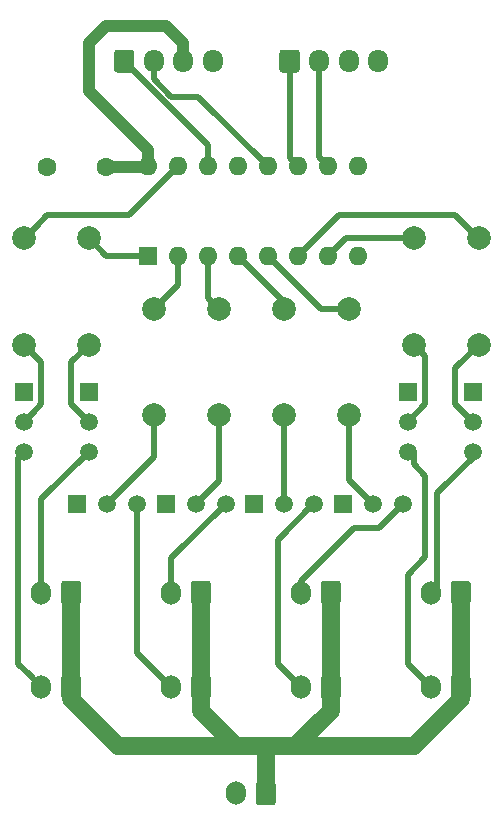
<source format=gbr>
G04 #@! TF.GenerationSoftware,KiCad,Pcbnew,5.1.6-c6e7f7d~87~ubuntu20.04.1*
G04 #@! TF.CreationDate,2020-08-21T15:46:46+01:00*
G04 #@! TF.ProjectId,8_switch_array,385f7377-6974-4636-985f-61727261792e,rev?*
G04 #@! TF.SameCoordinates,Original*
G04 #@! TF.FileFunction,Copper,L1,Top*
G04 #@! TF.FilePolarity,Positive*
%FSLAX46Y46*%
G04 Gerber Fmt 4.6, Leading zero omitted, Abs format (unit mm)*
G04 Created by KiCad (PCBNEW 5.1.6-c6e7f7d~87~ubuntu20.04.1) date 2020-08-21 15:46:46*
%MOMM*%
%LPD*%
G01*
G04 APERTURE LIST*
G04 #@! TA.AperFunction,ComponentPad*
%ADD10R,1.600000X1.600000*%
G04 #@! TD*
G04 #@! TA.AperFunction,ComponentPad*
%ADD11O,1.600000X1.600000*%
G04 #@! TD*
G04 #@! TA.AperFunction,ComponentPad*
%ADD12C,1.600000*%
G04 #@! TD*
G04 #@! TA.AperFunction,ComponentPad*
%ADD13R,1.500000X1.500000*%
G04 #@! TD*
G04 #@! TA.AperFunction,ComponentPad*
%ADD14C,1.500000*%
G04 #@! TD*
G04 #@! TA.AperFunction,ComponentPad*
%ADD15C,2.000000*%
G04 #@! TD*
G04 #@! TA.AperFunction,ComponentPad*
%ADD16O,1.700000X2.000000*%
G04 #@! TD*
G04 #@! TA.AperFunction,ComponentPad*
%ADD17O,1.700000X1.950000*%
G04 #@! TD*
G04 #@! TA.AperFunction,Conductor*
%ADD18C,0.250000*%
G04 #@! TD*
G04 #@! TA.AperFunction,Conductor*
%ADD19C,1.000000*%
G04 #@! TD*
G04 #@! TA.AperFunction,Conductor*
%ADD20C,0.500000*%
G04 #@! TD*
G04 #@! TA.AperFunction,Conductor*
%ADD21C,1.500000*%
G04 #@! TD*
G04 APERTURE END LIST*
D10*
X138000000Y-54500000D03*
D11*
X155780000Y-46880000D03*
X140540000Y-54500000D03*
X153240000Y-46880000D03*
X143080000Y-54500000D03*
X150700000Y-46880000D03*
X145620000Y-54500000D03*
X148160000Y-46880000D03*
X148160000Y-54500000D03*
X145620000Y-46880000D03*
X150700000Y-54500000D03*
X143080000Y-46880000D03*
X153240000Y-54500000D03*
X140540000Y-46880000D03*
X155780000Y-54500000D03*
X138000000Y-46880000D03*
D12*
X129500000Y-47000000D03*
X134500000Y-47000000D03*
D13*
X160000000Y-66000000D03*
D14*
X160000000Y-71080000D03*
X160000000Y-68540000D03*
D15*
X166000000Y-62000000D03*
X166000000Y-53000000D03*
X160500000Y-62000000D03*
X160500000Y-53000000D03*
X144000000Y-68000000D03*
X144000000Y-59000000D03*
X138500000Y-68000000D03*
X138500000Y-59000000D03*
D13*
X165500000Y-66000000D03*
D14*
X165500000Y-71080000D03*
X165500000Y-68540000D03*
D13*
X139500000Y-75500000D03*
D14*
X144580000Y-75500000D03*
X142040000Y-75500000D03*
D13*
X132000000Y-75500000D03*
D14*
X137080000Y-75500000D03*
X134540000Y-75500000D03*
D16*
X162000000Y-91000000D03*
G04 #@! TA.AperFunction,ComponentPad*
G36*
G01*
X165350000Y-90250000D02*
X165350000Y-91750000D01*
G75*
G02*
X165100000Y-92000000I-250000J0D01*
G01*
X163900000Y-92000000D01*
G75*
G02*
X163650000Y-91750000I0J250000D01*
G01*
X163650000Y-90250000D01*
G75*
G02*
X163900000Y-90000000I250000J0D01*
G01*
X165100000Y-90000000D01*
G75*
G02*
X165350000Y-90250000I0J-250000D01*
G01*
G37*
G04 #@! TD.AperFunction*
X151000000Y-91000000D03*
G04 #@! TA.AperFunction,ComponentPad*
G36*
G01*
X154350000Y-90250000D02*
X154350000Y-91750000D01*
G75*
G02*
X154100000Y-92000000I-250000J0D01*
G01*
X152900000Y-92000000D01*
G75*
G02*
X152650000Y-91750000I0J250000D01*
G01*
X152650000Y-90250000D01*
G75*
G02*
X152900000Y-90000000I250000J0D01*
G01*
X154100000Y-90000000D01*
G75*
G02*
X154350000Y-90250000I0J-250000D01*
G01*
G37*
G04 #@! TD.AperFunction*
X162000000Y-83000000D03*
G04 #@! TA.AperFunction,ComponentPad*
G36*
G01*
X165350000Y-82250000D02*
X165350000Y-83750000D01*
G75*
G02*
X165100000Y-84000000I-250000J0D01*
G01*
X163900000Y-84000000D01*
G75*
G02*
X163650000Y-83750000I0J250000D01*
G01*
X163650000Y-82250000D01*
G75*
G02*
X163900000Y-82000000I250000J0D01*
G01*
X165100000Y-82000000D01*
G75*
G02*
X165350000Y-82250000I0J-250000D01*
G01*
G37*
G04 #@! TD.AperFunction*
X151000000Y-83000000D03*
G04 #@! TA.AperFunction,ComponentPad*
G36*
G01*
X154350000Y-82250000D02*
X154350000Y-83750000D01*
G75*
G02*
X154100000Y-84000000I-250000J0D01*
G01*
X152900000Y-84000000D01*
G75*
G02*
X152650000Y-83750000I0J250000D01*
G01*
X152650000Y-82250000D01*
G75*
G02*
X152900000Y-82000000I250000J0D01*
G01*
X154100000Y-82000000D01*
G75*
G02*
X154350000Y-82250000I0J-250000D01*
G01*
G37*
G04 #@! TD.AperFunction*
D15*
X133000000Y-62000000D03*
X133000000Y-53000000D03*
X149500000Y-68000000D03*
X149500000Y-59000000D03*
X127500000Y-62000000D03*
X127500000Y-53000000D03*
X155000000Y-68000000D03*
X155000000Y-59000000D03*
D13*
X133000000Y-66000000D03*
D14*
X133000000Y-71080000D03*
X133000000Y-68540000D03*
D13*
X147000000Y-75500000D03*
D14*
X152080000Y-75500000D03*
X149540000Y-75500000D03*
D13*
X127500000Y-66000000D03*
D14*
X127500000Y-71080000D03*
X127500000Y-68540000D03*
D13*
X154500000Y-75500000D03*
D14*
X159580000Y-75500000D03*
X157040000Y-75500000D03*
D16*
X145500000Y-100000000D03*
G04 #@! TA.AperFunction,ComponentPad*
G36*
G01*
X148850000Y-99250000D02*
X148850000Y-100750000D01*
G75*
G02*
X148600000Y-101000000I-250000J0D01*
G01*
X147400000Y-101000000D01*
G75*
G02*
X147150000Y-100750000I0J250000D01*
G01*
X147150000Y-99250000D01*
G75*
G02*
X147400000Y-99000000I250000J0D01*
G01*
X148600000Y-99000000D01*
G75*
G02*
X148850000Y-99250000I0J-250000D01*
G01*
G37*
G04 #@! TD.AperFunction*
X140000000Y-83000000D03*
G04 #@! TA.AperFunction,ComponentPad*
G36*
G01*
X143350000Y-82250000D02*
X143350000Y-83750000D01*
G75*
G02*
X143100000Y-84000000I-250000J0D01*
G01*
X141900000Y-84000000D01*
G75*
G02*
X141650000Y-83750000I0J250000D01*
G01*
X141650000Y-82250000D01*
G75*
G02*
X141900000Y-82000000I250000J0D01*
G01*
X143100000Y-82000000D01*
G75*
G02*
X143350000Y-82250000I0J-250000D01*
G01*
G37*
G04 #@! TD.AperFunction*
X129000000Y-91000000D03*
G04 #@! TA.AperFunction,ComponentPad*
G36*
G01*
X132350000Y-90250000D02*
X132350000Y-91750000D01*
G75*
G02*
X132100000Y-92000000I-250000J0D01*
G01*
X130900000Y-92000000D01*
G75*
G02*
X130650000Y-91750000I0J250000D01*
G01*
X130650000Y-90250000D01*
G75*
G02*
X130900000Y-90000000I250000J0D01*
G01*
X132100000Y-90000000D01*
G75*
G02*
X132350000Y-90250000I0J-250000D01*
G01*
G37*
G04 #@! TD.AperFunction*
X129000000Y-83000000D03*
G04 #@! TA.AperFunction,ComponentPad*
G36*
G01*
X132350000Y-82250000D02*
X132350000Y-83750000D01*
G75*
G02*
X132100000Y-84000000I-250000J0D01*
G01*
X130900000Y-84000000D01*
G75*
G02*
X130650000Y-83750000I0J250000D01*
G01*
X130650000Y-82250000D01*
G75*
G02*
X130900000Y-82000000I250000J0D01*
G01*
X132100000Y-82000000D01*
G75*
G02*
X132350000Y-82250000I0J-250000D01*
G01*
G37*
G04 #@! TD.AperFunction*
X140000000Y-91000000D03*
G04 #@! TA.AperFunction,ComponentPad*
G36*
G01*
X143350000Y-90250000D02*
X143350000Y-91750000D01*
G75*
G02*
X143100000Y-92000000I-250000J0D01*
G01*
X141900000Y-92000000D01*
G75*
G02*
X141650000Y-91750000I0J250000D01*
G01*
X141650000Y-90250000D01*
G75*
G02*
X141900000Y-90000000I250000J0D01*
G01*
X143100000Y-90000000D01*
G75*
G02*
X143350000Y-90250000I0J-250000D01*
G01*
G37*
G04 #@! TD.AperFunction*
D17*
X157500000Y-38000000D03*
X155000000Y-38000000D03*
X152500000Y-38000000D03*
G04 #@! TA.AperFunction,ComponentPad*
G36*
G01*
X149150000Y-38725000D02*
X149150000Y-37275000D01*
G75*
G02*
X149400000Y-37025000I250000J0D01*
G01*
X150600000Y-37025000D01*
G75*
G02*
X150850000Y-37275000I0J-250000D01*
G01*
X150850000Y-38725000D01*
G75*
G02*
X150600000Y-38975000I-250000J0D01*
G01*
X149400000Y-38975000D01*
G75*
G02*
X149150000Y-38725000I0J250000D01*
G01*
G37*
G04 #@! TD.AperFunction*
X143500000Y-38000000D03*
X141000000Y-38000000D03*
X138500000Y-38000000D03*
G04 #@! TA.AperFunction,ComponentPad*
G36*
G01*
X135150000Y-38725000D02*
X135150000Y-37275000D01*
G75*
G02*
X135400000Y-37025000I250000J0D01*
G01*
X136600000Y-37025000D01*
G75*
G02*
X136850000Y-37275000I0J-250000D01*
G01*
X136850000Y-38725000D01*
G75*
G02*
X136600000Y-38975000I-250000J0D01*
G01*
X135400000Y-38975000D01*
G75*
G02*
X135150000Y-38725000I0J250000D01*
G01*
G37*
G04 #@! TD.AperFunction*
D18*
X137880000Y-47000000D02*
X138000000Y-46880000D01*
D19*
X134500000Y-47000000D02*
X137880000Y-47000000D01*
X138000000Y-46880000D02*
X138000000Y-45500000D01*
X138000000Y-45500000D02*
X133000000Y-40500000D01*
X133000000Y-36500000D02*
X134500000Y-35000000D01*
X133000000Y-40500000D02*
X133000000Y-36500000D01*
X134500000Y-35000000D02*
X139500000Y-35000000D01*
X141000000Y-36500000D02*
X141000000Y-38000000D01*
X139500000Y-35000000D02*
X141000000Y-36500000D01*
D20*
X128249999Y-67790001D02*
X127500000Y-68540000D01*
X129000000Y-63500000D02*
X129000000Y-67040000D01*
X127500000Y-62000000D02*
X129000000Y-63500000D01*
X129000000Y-67040000D02*
X128249999Y-67790001D01*
X132250001Y-67790001D02*
X133000000Y-68540000D01*
X133000000Y-62000000D02*
X131500000Y-63500000D01*
X131500000Y-63500000D02*
X131500000Y-67040000D01*
X131500000Y-67040000D02*
X132250001Y-67790001D01*
X138500000Y-71540000D02*
X138500000Y-68000000D01*
X134540000Y-75500000D02*
X138500000Y-71540000D01*
X144000000Y-73540000D02*
X144000000Y-68000000D01*
X142040000Y-75500000D02*
X144000000Y-73540000D01*
X152500000Y-46140000D02*
X153240000Y-46880000D01*
X152500000Y-38000000D02*
X152500000Y-46140000D01*
X143080000Y-45080000D02*
X136000000Y-38000000D01*
X143080000Y-46880000D02*
X143080000Y-45080000D01*
X138500000Y-38000000D02*
X138500000Y-39500000D01*
X138500000Y-39500000D02*
X140000000Y-41000000D01*
X142280000Y-41000000D02*
X148160000Y-46880000D01*
X140000000Y-41000000D02*
X142280000Y-41000000D01*
X149540000Y-75500000D02*
X149540000Y-68040000D01*
X155000000Y-73460000D02*
X155000000Y-68000000D01*
X157040000Y-75500000D02*
X155000000Y-73460000D01*
X161500000Y-67040000D02*
X160000000Y-68540000D01*
X160500000Y-62000000D02*
X161500000Y-63000000D01*
X161500000Y-63000000D02*
X161500000Y-67040000D01*
X164000000Y-67040000D02*
X165500000Y-68540000D01*
X166000000Y-62000000D02*
X164000000Y-64000000D01*
X164000000Y-64000000D02*
X164000000Y-67040000D01*
X150000000Y-46180000D02*
X150700000Y-46880000D01*
X150000000Y-38000000D02*
X150000000Y-46180000D01*
X129000000Y-75080000D02*
X129000000Y-83000000D01*
X133000000Y-71080000D02*
X129000000Y-75080000D01*
D21*
X148000000Y-100000000D02*
X148000000Y-96000000D01*
X153500000Y-91000000D02*
X153500000Y-92000000D01*
X153500000Y-93000000D02*
X153500000Y-91000000D01*
X150500000Y-96000000D02*
X153500000Y-93000000D01*
X145500000Y-96000000D02*
X150500000Y-96000000D01*
X142500000Y-91000000D02*
X142500000Y-93000000D01*
X142500000Y-93000000D02*
X145500000Y-96000000D01*
X131500000Y-92000000D02*
X131500000Y-91000000D01*
X148000000Y-96000000D02*
X135500000Y-96000000D01*
X135500000Y-96000000D02*
X131500000Y-92000000D01*
X164500000Y-92000000D02*
X164500000Y-91000000D01*
X148000000Y-96000000D02*
X160500000Y-96000000D01*
X160500000Y-96000000D02*
X164500000Y-92000000D01*
X131500000Y-91000000D02*
X131500000Y-83000000D01*
X142500000Y-91000000D02*
X142500000Y-83000000D01*
X153500000Y-91000000D02*
X153500000Y-83000000D01*
X164500000Y-89900000D02*
X164500000Y-83000000D01*
X164500000Y-91000000D02*
X164500000Y-89900000D01*
D20*
X140000000Y-80080000D02*
X140000000Y-83000000D01*
X144580000Y-75500000D02*
X140000000Y-80080000D01*
X151000000Y-82000000D02*
X151000000Y-83000000D01*
X155500000Y-77500000D02*
X151000000Y-82000000D01*
X159580000Y-75500000D02*
X157580000Y-77500000D01*
X157580000Y-77500000D02*
X155500000Y-77500000D01*
X162500000Y-82500000D02*
X162000000Y-83000000D01*
X166000000Y-71080000D02*
X162500000Y-74580000D01*
X162500000Y-74580000D02*
X162500000Y-82500000D01*
X128000000Y-90000000D02*
X129000000Y-91000000D01*
X127000000Y-89000000D02*
X128000000Y-90000000D01*
X127500000Y-71080000D02*
X127000000Y-71580000D01*
X127000000Y-71580000D02*
X127000000Y-89000000D01*
X137500000Y-88500000D02*
X140000000Y-91000000D01*
X137080000Y-75500000D02*
X137080000Y-88080000D01*
X137080000Y-88080000D02*
X137500000Y-88500000D01*
X149000000Y-89000000D02*
X151000000Y-91000000D01*
X149000000Y-78500000D02*
X149000000Y-89000000D01*
X152080000Y-75500000D02*
X152000000Y-75500000D01*
X152000000Y-75500000D02*
X149000000Y-78500000D01*
X160000000Y-89000000D02*
X162000000Y-91000000D01*
X160000000Y-84500000D02*
X160000000Y-89000000D01*
X160011509Y-84488491D02*
X160000000Y-84500000D01*
X160500000Y-72140660D02*
X161500000Y-73140660D01*
X160500000Y-71080000D02*
X160500000Y-72140660D01*
X161500000Y-73140660D02*
X161500000Y-80000000D01*
X161500000Y-80000000D02*
X160000000Y-81500000D01*
X160000000Y-81500000D02*
X160011509Y-81511509D01*
X160011509Y-81511509D02*
X160011509Y-84488491D01*
X128499999Y-52000001D02*
X127500000Y-53000000D01*
X129500000Y-51000000D02*
X128499999Y-52000001D01*
X140540000Y-46880000D02*
X136420000Y-51000000D01*
X136420000Y-51000000D02*
X129500000Y-51000000D01*
X134500000Y-54500000D02*
X133000000Y-53000000D01*
X138000000Y-54500000D02*
X134500000Y-54500000D01*
X140540000Y-56960000D02*
X138500000Y-59000000D01*
X140540000Y-54500000D02*
X140540000Y-56960000D01*
X143080000Y-58080000D02*
X144000000Y-59000000D01*
X143080000Y-54500000D02*
X143080000Y-58080000D01*
X154200000Y-51000000D02*
X164000000Y-51000000D01*
X150700000Y-54500000D02*
X154200000Y-51000000D01*
X164000000Y-51000000D02*
X165000001Y-52000001D01*
X165000001Y-52000001D02*
X166000000Y-53000000D01*
X153240000Y-54500000D02*
X154740000Y-53000000D01*
X154740000Y-53000000D02*
X159085787Y-53000000D01*
X159085787Y-53000000D02*
X160500000Y-53000000D01*
X152660000Y-59000000D02*
X155000000Y-59000000D01*
X148160000Y-54500000D02*
X152660000Y-59000000D01*
X149500000Y-58380000D02*
X149500000Y-59000000D01*
X145620000Y-54500000D02*
X149500000Y-58380000D01*
M02*

</source>
